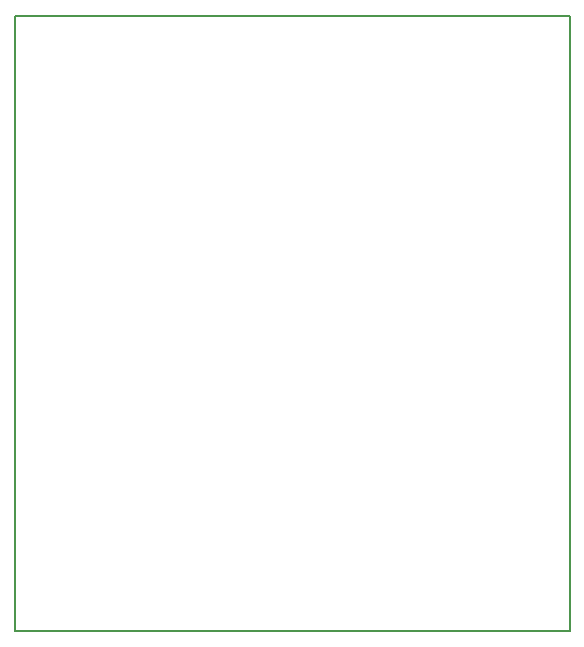
<source format=gbr>
G04 #@! TF.FileFunction,Profile,NP*
%FSLAX46Y46*%
G04 Gerber Fmt 4.6, Leading zero omitted, Abs format (unit mm)*
G04 Created by KiCad (PCBNEW 4.0.6-e0-6349~53~ubuntu16.04.1) date Thu Oct  5 16:52:54 2017*
%MOMM*%
%LPD*%
G01*
G04 APERTURE LIST*
%ADD10C,0.100000*%
%ADD11C,0.150000*%
G04 APERTURE END LIST*
D10*
D11*
X132080000Y-171450000D02*
X85090000Y-171450000D01*
X132080000Y-119380000D02*
X132080000Y-171450000D01*
X85090000Y-119380000D02*
X132080000Y-119380000D01*
X85090000Y-171450000D02*
X85090000Y-119380000D01*
M02*

</source>
